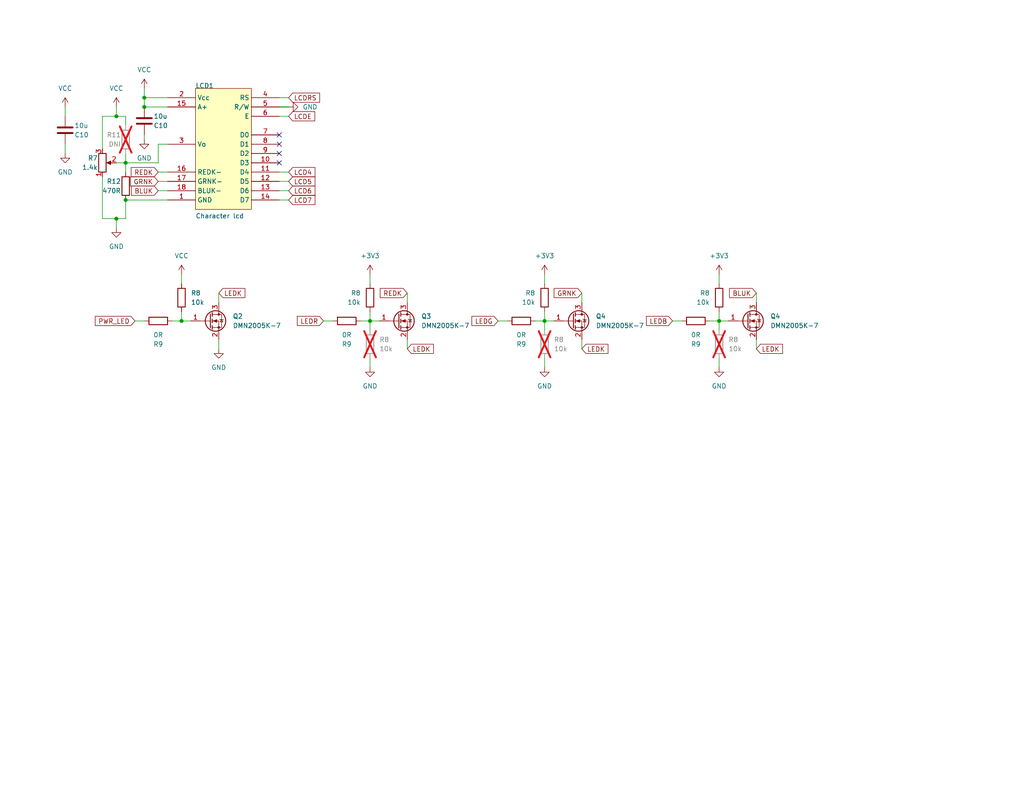
<source format=kicad_sch>
(kicad_sch (version 20230121) (generator eeschema)

  (uuid 0f0a8d35-4a2d-4e73-b100-8470bd5a05d5)

  (paper "A")

  (title_block
    (title "RepRapDiscount.com Smart Controller")
    (date "${DATE}")
    (rev "${TAG} (${HASH})")
  )

  (lib_symbols
    (symbol "Device:C" (pin_numbers hide) (pin_names (offset 0.254)) (in_bom yes) (on_board yes)
      (property "Reference" "C" (at 0.635 2.54 0)
        (effects (font (size 1.27 1.27)) (justify left))
      )
      (property "Value" "C" (at 0.635 -2.54 0)
        (effects (font (size 1.27 1.27)) (justify left))
      )
      (property "Footprint" "" (at 0.9652 -3.81 0)
        (effects (font (size 1.27 1.27)) hide)
      )
      (property "Datasheet" "~" (at 0 0 0)
        (effects (font (size 1.27 1.27)) hide)
      )
      (property "ki_keywords" "cap capacitor" (at 0 0 0)
        (effects (font (size 1.27 1.27)) hide)
      )
      (property "ki_description" "Unpolarized capacitor" (at 0 0 0)
        (effects (font (size 1.27 1.27)) hide)
      )
      (property "ki_fp_filters" "C_*" (at 0 0 0)
        (effects (font (size 1.27 1.27)) hide)
      )
      (symbol "C_0_1"
        (polyline
          (pts
            (xy -2.032 -0.762)
            (xy 2.032 -0.762)
          )
          (stroke (width 0.508) (type default))
          (fill (type none))
        )
        (polyline
          (pts
            (xy -2.032 0.762)
            (xy 2.032 0.762)
          )
          (stroke (width 0.508) (type default))
          (fill (type none))
        )
      )
      (symbol "C_1_1"
        (pin passive line (at 0 3.81 270) (length 2.794)
          (name "~" (effects (font (size 1.27 1.27))))
          (number "1" (effects (font (size 1.27 1.27))))
        )
        (pin passive line (at 0 -3.81 90) (length 2.794)
          (name "~" (effects (font (size 1.27 1.27))))
          (number "2" (effects (font (size 1.27 1.27))))
        )
      )
    )
    (symbol "Device:R" (pin_numbers hide) (pin_names (offset 0)) (in_bom yes) (on_board yes)
      (property "Reference" "R" (at 2.032 0 90)
        (effects (font (size 1.27 1.27)))
      )
      (property "Value" "R" (at 0 0 90)
        (effects (font (size 1.27 1.27)))
      )
      (property "Footprint" "" (at -1.778 0 90)
        (effects (font (size 1.27 1.27)) hide)
      )
      (property "Datasheet" "~" (at 0 0 0)
        (effects (font (size 1.27 1.27)) hide)
      )
      (property "ki_keywords" "R res resistor" (at 0 0 0)
        (effects (font (size 1.27 1.27)) hide)
      )
      (property "ki_description" "Resistor" (at 0 0 0)
        (effects (font (size 1.27 1.27)) hide)
      )
      (property "ki_fp_filters" "R_*" (at 0 0 0)
        (effects (font (size 1.27 1.27)) hide)
      )
      (symbol "R_0_1"
        (rectangle (start -1.016 -2.54) (end 1.016 2.54)
          (stroke (width 0.254) (type default))
          (fill (type none))
        )
      )
      (symbol "R_1_1"
        (pin passive line (at 0 3.81 270) (length 1.27)
          (name "~" (effects (font (size 1.27 1.27))))
          (number "1" (effects (font (size 1.27 1.27))))
        )
        (pin passive line (at 0 -3.81 90) (length 1.27)
          (name "~" (effects (font (size 1.27 1.27))))
          (number "2" (effects (font (size 1.27 1.27))))
        )
      )
    )
    (symbol "Device:R_Potentiometer" (pin_names (offset 1.016) hide) (in_bom yes) (on_board yes)
      (property "Reference" "RV" (at -4.445 0 90)
        (effects (font (size 1.27 1.27)))
      )
      (property "Value" "R_Potentiometer" (at -2.54 0 90)
        (effects (font (size 1.27 1.27)))
      )
      (property "Footprint" "" (at 0 0 0)
        (effects (font (size 1.27 1.27)) hide)
      )
      (property "Datasheet" "~" (at 0 0 0)
        (effects (font (size 1.27 1.27)) hide)
      )
      (property "ki_keywords" "resistor variable" (at 0 0 0)
        (effects (font (size 1.27 1.27)) hide)
      )
      (property "ki_description" "Potentiometer" (at 0 0 0)
        (effects (font (size 1.27 1.27)) hide)
      )
      (property "ki_fp_filters" "Potentiometer*" (at 0 0 0)
        (effects (font (size 1.27 1.27)) hide)
      )
      (symbol "R_Potentiometer_0_1"
        (polyline
          (pts
            (xy 2.54 0)
            (xy 1.524 0)
          )
          (stroke (width 0) (type default))
          (fill (type none))
        )
        (polyline
          (pts
            (xy 1.143 0)
            (xy 2.286 0.508)
            (xy 2.286 -0.508)
            (xy 1.143 0)
          )
          (stroke (width 0) (type default))
          (fill (type outline))
        )
        (rectangle (start 1.016 2.54) (end -1.016 -2.54)
          (stroke (width 0.254) (type default))
          (fill (type none))
        )
      )
      (symbol "R_Potentiometer_1_1"
        (pin passive line (at 0 3.81 270) (length 1.27)
          (name "1" (effects (font (size 1.27 1.27))))
          (number "1" (effects (font (size 1.27 1.27))))
        )
        (pin passive line (at 3.81 0 180) (length 1.27)
          (name "2" (effects (font (size 1.27 1.27))))
          (number "2" (effects (font (size 1.27 1.27))))
        )
        (pin passive line (at 0 -3.81 90) (length 1.27)
          (name "3" (effects (font (size 1.27 1.27))))
          (number "3" (effects (font (size 1.27 1.27))))
        )
      )
    )
    (symbol "Transistor_FET:DMN24H3D5L" (pin_names hide) (in_bom yes) (on_board yes)
      (property "Reference" "Q" (at 5.08 1.905 0)
        (effects (font (size 1.27 1.27)) (justify left))
      )
      (property "Value" "DMN24H3D5L" (at 5.08 0 0)
        (effects (font (size 1.27 1.27)) (justify left))
      )
      (property "Footprint" "Package_TO_SOT_SMD:SOT-23" (at 5.08 -1.905 0)
        (effects (font (size 1.27 1.27) italic) (justify left) hide)
      )
      (property "Datasheet" "http://www.diodes.com/assets/Datasheets/DMN24H3D5L.pdf" (at 0 0 0)
        (effects (font (size 1.27 1.27)) (justify left) hide)
      )
      (property "ki_keywords" "N-Channel MOSFET" (at 0 0 0)
        (effects (font (size 1.27 1.27)) hide)
      )
      (property "ki_description" "0.48A Id, 240V Vds, N-Channel MOSFET, SOT-23" (at 0 0 0)
        (effects (font (size 1.27 1.27)) hide)
      )
      (property "ki_fp_filters" "SOT?23*" (at 0 0 0)
        (effects (font (size 1.27 1.27)) hide)
      )
      (symbol "DMN24H3D5L_0_1"
        (polyline
          (pts
            (xy 0.254 0)
            (xy -2.54 0)
          )
          (stroke (width 0) (type default))
          (fill (type none))
        )
        (polyline
          (pts
            (xy 0.254 1.905)
            (xy 0.254 -1.905)
          )
          (stroke (width 0.254) (type default))
          (fill (type none))
        )
        (polyline
          (pts
            (xy 0.762 -1.27)
            (xy 0.762 -2.286)
          )
          (stroke (width 0.254) (type default))
          (fill (type none))
        )
        (polyline
          (pts
            (xy 0.762 0.508)
            (xy 0.762 -0.508)
          )
          (stroke (width 0.254) (type default))
          (fill (type none))
        )
        (polyline
          (pts
            (xy 0.762 2.286)
            (xy 0.762 1.27)
          )
          (stroke (width 0.254) (type default))
          (fill (type none))
        )
        (polyline
          (pts
            (xy 2.54 2.54)
            (xy 2.54 1.778)
          )
          (stroke (width 0) (type default))
          (fill (type none))
        )
        (polyline
          (pts
            (xy 2.54 -2.54)
            (xy 2.54 0)
            (xy 0.762 0)
          )
          (stroke (width 0) (type default))
          (fill (type none))
        )
        (polyline
          (pts
            (xy 0.762 -1.778)
            (xy 3.302 -1.778)
            (xy 3.302 1.778)
            (xy 0.762 1.778)
          )
          (stroke (width 0) (type default))
          (fill (type none))
        )
        (polyline
          (pts
            (xy 1.016 0)
            (xy 2.032 0.381)
            (xy 2.032 -0.381)
            (xy 1.016 0)
          )
          (stroke (width 0) (type default))
          (fill (type outline))
        )
        (polyline
          (pts
            (xy 2.794 0.508)
            (xy 2.921 0.381)
            (xy 3.683 0.381)
            (xy 3.81 0.254)
          )
          (stroke (width 0) (type default))
          (fill (type none))
        )
        (polyline
          (pts
            (xy 3.302 0.381)
            (xy 2.921 -0.254)
            (xy 3.683 -0.254)
            (xy 3.302 0.381)
          )
          (stroke (width 0) (type default))
          (fill (type none))
        )
        (circle (center 1.651 0) (radius 2.794)
          (stroke (width 0.254) (type default))
          (fill (type none))
        )
        (circle (center 2.54 -1.778) (radius 0.254)
          (stroke (width 0) (type default))
          (fill (type outline))
        )
        (circle (center 2.54 1.778) (radius 0.254)
          (stroke (width 0) (type default))
          (fill (type outline))
        )
      )
      (symbol "DMN24H3D5L_1_1"
        (pin input line (at -5.08 0 0) (length 2.54)
          (name "G" (effects (font (size 1.27 1.27))))
          (number "1" (effects (font (size 1.27 1.27))))
        )
        (pin passive line (at 2.54 -5.08 90) (length 2.54)
          (name "S" (effects (font (size 1.27 1.27))))
          (number "2" (effects (font (size 1.27 1.27))))
        )
        (pin passive line (at 2.54 5.08 270) (length 2.54)
          (name "D" (effects (font (size 1.27 1.27))))
          (number "3" (effects (font (size 1.27 1.27))))
        )
      )
    )
    (symbol "power:+3V3" (power) (pin_names (offset 0)) (in_bom yes) (on_board yes)
      (property "Reference" "#PWR" (at 0 -3.81 0)
        (effects (font (size 1.27 1.27)) hide)
      )
      (property "Value" "+3V3" (at 0 3.556 0)
        (effects (font (size 1.27 1.27)))
      )
      (property "Footprint" "" (at 0 0 0)
        (effects (font (size 1.27 1.27)) hide)
      )
      (property "Datasheet" "" (at 0 0 0)
        (effects (font (size 1.27 1.27)) hide)
      )
      (property "ki_keywords" "global power" (at 0 0 0)
        (effects (font (size 1.27 1.27)) hide)
      )
      (property "ki_description" "Power symbol creates a global label with name \"+3V3\"" (at 0 0 0)
        (effects (font (size 1.27 1.27)) hide)
      )
      (symbol "+3V3_0_1"
        (polyline
          (pts
            (xy -0.762 1.27)
            (xy 0 2.54)
          )
          (stroke (width 0) (type default))
          (fill (type none))
        )
        (polyline
          (pts
            (xy 0 0)
            (xy 0 2.54)
          )
          (stroke (width 0) (type default))
          (fill (type none))
        )
        (polyline
          (pts
            (xy 0 2.54)
            (xy 0.762 1.27)
          )
          (stroke (width 0) (type default))
          (fill (type none))
        )
      )
      (symbol "+3V3_1_1"
        (pin power_in line (at 0 0 90) (length 0) hide
          (name "+3V3" (effects (font (size 1.27 1.27))))
          (number "1" (effects (font (size 1.27 1.27))))
        )
      )
    )
    (symbol "power:GND" (power) (pin_names (offset 0)) (in_bom yes) (on_board yes)
      (property "Reference" "#PWR" (at 0 -6.35 0)
        (effects (font (size 1.27 1.27)) hide)
      )
      (property "Value" "GND" (at 0 -3.81 0)
        (effects (font (size 1.27 1.27)))
      )
      (property "Footprint" "" (at 0 0 0)
        (effects (font (size 1.27 1.27)) hide)
      )
      (property "Datasheet" "" (at 0 0 0)
        (effects (font (size 1.27 1.27)) hide)
      )
      (property "ki_keywords" "global power" (at 0 0 0)
        (effects (font (size 1.27 1.27)) hide)
      )
      (property "ki_description" "Power symbol creates a global label with name \"GND\" , ground" (at 0 0 0)
        (effects (font (size 1.27 1.27)) hide)
      )
      (symbol "GND_0_1"
        (polyline
          (pts
            (xy 0 0)
            (xy 0 -1.27)
            (xy 1.27 -1.27)
            (xy 0 -2.54)
            (xy -1.27 -1.27)
            (xy 0 -1.27)
          )
          (stroke (width 0) (type default))
          (fill (type none))
        )
      )
      (symbol "GND_1_1"
        (pin power_in line (at 0 0 270) (length 0) hide
          (name "GND" (effects (font (size 1.27 1.27))))
          (number "1" (effects (font (size 1.27 1.27))))
        )
      )
    )
    (symbol "power:VCC" (power) (pin_names (offset 0)) (in_bom yes) (on_board yes)
      (property "Reference" "#PWR" (at 0 -3.81 0)
        (effects (font (size 1.27 1.27)) hide)
      )
      (property "Value" "VCC" (at 0 3.81 0)
        (effects (font (size 1.27 1.27)))
      )
      (property "Footprint" "" (at 0 0 0)
        (effects (font (size 1.27 1.27)) hide)
      )
      (property "Datasheet" "" (at 0 0 0)
        (effects (font (size 1.27 1.27)) hide)
      )
      (property "ki_keywords" "global power" (at 0 0 0)
        (effects (font (size 1.27 1.27)) hide)
      )
      (property "ki_description" "Power symbol creates a global label with name \"VCC\"" (at 0 0 0)
        (effects (font (size 1.27 1.27)) hide)
      )
      (symbol "VCC_0_1"
        (polyline
          (pts
            (xy -0.762 1.27)
            (xy 0 2.54)
          )
          (stroke (width 0) (type default))
          (fill (type none))
        )
        (polyline
          (pts
            (xy 0 0)
            (xy 0 2.54)
          )
          (stroke (width 0) (type default))
          (fill (type none))
        )
        (polyline
          (pts
            (xy 0 2.54)
            (xy 0.762 1.27)
          )
          (stroke (width 0) (type default))
          (fill (type none))
        )
      )
      (symbol "VCC_1_1"
        (pin power_in line (at 0 0 90) (length 0) hide
          (name "VCC" (effects (font (size 1.27 1.27))))
          (number "1" (effects (font (size 1.27 1.27))))
        )
      )
    )
    (symbol "reprapdiscount_smart_controller-altium-import:root_0_mirrored_LCD characther_rgb" (in_bom yes) (on_board yes)
      (property "Reference" "" (at 0 0 0)
        (effects (font (size 1.27 1.27)))
      )
      (property "Value" "root_0_mirrored_LCD characther_rgb" (at 0 0 0)
        (effects (font (size 1.27 1.27)))
      )
      (property "Footprint" "" (at 0 0 0)
        (effects (font (size 1.27 1.27)) hide)
      )
      (property "Datasheet" "" (at 0 0 0)
        (effects (font (size 1.27 1.27)) hide)
      )
      (property "ki_fp_filters" "HDR1X16" (at 0 0 0)
        (effects (font (size 1.27 1.27)) hide)
      )
      (symbol "root_0_mirrored_LCD characther_rgb_1_0"
        (rectangle (start 0 0) (end -15.24 -33.02)
          (stroke (width 0) (type solid))
          (fill (type background))
        )
        (pin passive line (at -22.86 -30.48 0) (length 7.62)
          (name "GND" (effects (font (size 1.27 1.27))))
          (number "1" (effects (font (size 1.27 1.27))))
        )
        (pin passive line (at 7.62 -20.32 180) (length 7.62)
          (name "D3" (effects (font (size 1.27 1.27))))
          (number "10" (effects (font (size 1.27 1.27))))
        )
        (pin passive line (at 7.62 -22.86 180) (length 7.62)
          (name "D4" (effects (font (size 1.27 1.27))))
          (number "11" (effects (font (size 1.27 1.27))))
        )
        (pin passive line (at 7.62 -25.4 180) (length 7.62)
          (name "D5" (effects (font (size 1.27 1.27))))
          (number "12" (effects (font (size 1.27 1.27))))
        )
        (pin passive line (at 7.62 -27.94 180) (length 7.62)
          (name "D6" (effects (font (size 1.27 1.27))))
          (number "13" (effects (font (size 1.27 1.27))))
        )
        (pin passive line (at 7.62 -30.48 180) (length 7.62)
          (name "D7" (effects (font (size 1.27 1.27))))
          (number "14" (effects (font (size 1.27 1.27))))
        )
        (pin passive line (at -22.86 -5.08 0) (length 7.62)
          (name "A+" (effects (font (size 1.27 1.27))))
          (number "15" (effects (font (size 1.27 1.27))))
        )
        (pin passive line (at -22.86 -22.86 0) (length 7.62)
          (name "REDK-" (effects (font (size 1.27 1.27))))
          (number "16" (effects (font (size 1.27 1.27))))
        )
        (pin passive line (at -22.86 -25.4 0) (length 7.62)
          (name "GRNK-" (effects (font (size 1.27 1.27))))
          (number "17" (effects (font (size 1.27 1.27))))
        )
        (pin passive line (at -22.86 -27.94 0) (length 7.62)
          (name "BLUK-" (effects (font (size 1.27 1.27))))
          (number "18" (effects (font (size 1.27 1.27))))
        )
        (pin passive line (at -22.86 -2.54 0) (length 7.62)
          (name "Vcc" (effects (font (size 1.27 1.27))))
          (number "2" (effects (font (size 1.27 1.27))))
        )
        (pin passive line (at -22.86 -15.24 0) (length 7.62)
          (name "Vo" (effects (font (size 1.27 1.27))))
          (number "3" (effects (font (size 1.27 1.27))))
        )
        (pin passive line (at 7.62 -2.54 180) (length 7.62)
          (name "RS" (effects (font (size 1.27 1.27))))
          (number "4" (effects (font (size 1.27 1.27))))
        )
        (pin passive line (at 7.62 -5.08 180) (length 7.62)
          (name "R/W" (effects (font (size 1.27 1.27))))
          (number "5" (effects (font (size 1.27 1.27))))
        )
        (pin passive line (at 7.62 -7.62 180) (length 7.62)
          (name "E" (effects (font (size 1.27 1.27))))
          (number "6" (effects (font (size 1.27 1.27))))
        )
        (pin passive line (at 7.62 -12.7 180) (length 7.62)
          (name "D0" (effects (font (size 1.27 1.27))))
          (number "7" (effects (font (size 1.27 1.27))))
        )
        (pin passive line (at 7.62 -15.24 180) (length 7.62)
          (name "D1" (effects (font (size 1.27 1.27))))
          (number "8" (effects (font (size 1.27 1.27))))
        )
        (pin passive line (at 7.62 -17.78 180) (length 7.62)
          (name "D2" (effects (font (size 1.27 1.27))))
          (number "9" (effects (font (size 1.27 1.27))))
        )
      )
    )
  )

  (junction (at 34.29 44.45) (diameter 0) (color 0 0 0 0)
    (uuid 003a460b-4794-46eb-a438-b5debfab4a70)
  )
  (junction (at 196.215 87.63) (diameter 0) (color 0 0 0 0)
    (uuid 02af3f28-9e01-4ed8-afd8-20322c170e72)
  )
  (junction (at 148.59 87.63) (diameter 0) (color 0 0 0 0)
    (uuid 2d6100ba-7183-45a0-9169-8988bbb312c3)
  )
  (junction (at 49.53 87.63) (diameter 0) (color 0 0 0 0)
    (uuid 5969f356-d123-4d08-82c7-aba37c0e3640)
  )
  (junction (at 31.75 31.75) (diameter 0) (color 0 0 0 0)
    (uuid 63995878-0480-49b2-8c80-993b9bbf05f4)
  )
  (junction (at 39.37 26.67) (diameter 0) (color 0 0 0 0)
    (uuid 82225fb4-a1b1-44ea-8bfd-68b063dcac9f)
  )
  (junction (at 34.29 54.61) (diameter 0) (color 0 0 0 0)
    (uuid b4d41744-0a8f-489e-9ca7-fb62fbe5622e)
  )
  (junction (at 39.37 29.21) (diameter 0) (color 0 0 0 0)
    (uuid bbc344ab-d003-4980-9c35-f24c61f30d2d)
  )
  (junction (at 100.965 87.63) (diameter 0) (color 0 0 0 0)
    (uuid ecbef369-1372-432f-b499-2eeee860bb1e)
  )
  (junction (at 31.75 59.69) (diameter 0) (color 0 0 0 0)
    (uuid ef4d10d5-645c-404f-905a-68c13fe19283)
  )

  (no_connect (at 76.2 36.83) (uuid 2be48c08-ac71-4e71-8f57-3b5193332a19))
  (no_connect (at 76.2 44.45) (uuid 33c8290c-9ec4-49ad-b4c8-869cba56e9f4))
  (no_connect (at 76.2 41.91) (uuid c9d3f1ae-a390-4a15-b96b-ef174b6bd315))
  (no_connect (at 76.2 39.37) (uuid f4f2475c-9d7a-4342-a250-7c2e3aadfa3a))

  (wire (pts (xy 31.75 44.45) (xy 34.29 44.45))
    (stroke (width 0) (type default))
    (uuid 05a19412-cebf-4f9f-a777-d0d7bbc9d9be)
  )
  (wire (pts (xy 158.75 80.01) (xy 158.75 82.55))
    (stroke (width 0) (type default))
    (uuid 09166616-828a-4556-8e20-854e0db69d39)
  )
  (wire (pts (xy 43.18 46.99) (xy 45.72 46.99))
    (stroke (width 0) (type default))
    (uuid 0c9ae4ac-5bc5-4ffe-97ec-96230cc65e7f)
  )
  (wire (pts (xy 39.37 26.67) (xy 39.37 29.21))
    (stroke (width 0) (type default))
    (uuid 0cb0e8ca-26bd-4733-b5ca-b1de06fd7881)
  )
  (wire (pts (xy 43.18 52.07) (xy 45.72 52.07))
    (stroke (width 0) (type default))
    (uuid 142d1b73-1058-414b-8170-1960eddb57a8)
  )
  (wire (pts (xy 39.37 24.13) (xy 39.37 26.67))
    (stroke (width 0) (type default))
    (uuid 180bc562-d04b-41c1-bcbe-37b2195d692e)
  )
  (wire (pts (xy 196.215 74.93) (xy 196.215 77.47))
    (stroke (width 0) (type default))
    (uuid 19563d71-5c71-45fe-bcf5-5d39560921fe)
  )
  (wire (pts (xy 49.53 87.63) (xy 52.07 87.63))
    (stroke (width 0) (type default))
    (uuid 196cd0ee-7b10-4fcf-9717-19610350bfb8)
  )
  (wire (pts (xy 206.375 92.71) (xy 206.375 95.25))
    (stroke (width 0) (type default))
    (uuid 19fa7156-e11c-4837-a71e-d170f9d85923)
  )
  (wire (pts (xy 100.965 87.63) (xy 103.505 87.63))
    (stroke (width 0) (type default))
    (uuid 1c224cf4-7808-4a63-84fd-12210d148423)
  )
  (wire (pts (xy 34.29 54.61) (xy 34.29 59.69))
    (stroke (width 0) (type default))
    (uuid 235722e7-599f-4978-b00d-c8943649f69c)
  )
  (wire (pts (xy 148.59 85.09) (xy 148.59 87.63))
    (stroke (width 0) (type default))
    (uuid 23676d8f-7a50-4d59-8a04-b8ccc0b8becb)
  )
  (wire (pts (xy 59.69 92.71) (xy 59.69 95.25))
    (stroke (width 0) (type default))
    (uuid 352754ad-da9f-4bbd-96d7-b8796c047c8c)
  )
  (wire (pts (xy 34.29 44.45) (xy 43.18 44.45))
    (stroke (width 0) (type default))
    (uuid 362b4f49-54ee-4794-aa19-51030e9fe2fd)
  )
  (wire (pts (xy 100.965 85.09) (xy 100.965 87.63))
    (stroke (width 0) (type default))
    (uuid 36675b31-6266-429b-9b73-44b312373ea1)
  )
  (wire (pts (xy 34.29 54.61) (xy 45.72 54.61))
    (stroke (width 0) (type default))
    (uuid 37dbf8e9-dcdf-4101-a595-a62fa86b8d1f)
  )
  (wire (pts (xy 148.59 87.63) (xy 151.13 87.63))
    (stroke (width 0) (type default))
    (uuid 3f516827-a554-4b99-b7ee-6eceb92e04e0)
  )
  (wire (pts (xy 148.59 97.79) (xy 148.59 100.33))
    (stroke (width 0) (type default))
    (uuid 46778647-36b0-4cc6-886f-796d885dcbca)
  )
  (wire (pts (xy 46.99 87.63) (xy 49.53 87.63))
    (stroke (width 0) (type default))
    (uuid 46ade036-d401-4efd-a4d9-7b5fef033b43)
  )
  (wire (pts (xy 43.18 39.37) (xy 43.18 44.45))
    (stroke (width 0) (type default))
    (uuid 47f739b4-929c-48e6-903b-c59b9db1405e)
  )
  (wire (pts (xy 27.94 31.75) (xy 31.75 31.75))
    (stroke (width 0) (type default))
    (uuid 4d4d786a-d71d-4875-b76e-344fc5e4fda1)
  )
  (wire (pts (xy 76.2 31.75) (xy 78.74 31.75))
    (stroke (width 0) (type default))
    (uuid 4e88f543-ce8c-4488-b6e7-4cd5b8ef13da)
  )
  (wire (pts (xy 43.18 49.53) (xy 45.72 49.53))
    (stroke (width 0) (type default))
    (uuid 55aadf8e-e61d-4901-9bf1-3121485723b2)
  )
  (wire (pts (xy 31.75 59.69) (xy 27.94 59.69))
    (stroke (width 0) (type default))
    (uuid 633488b7-e7b2-4d2e-af4d-0d4d8382f0c1)
  )
  (wire (pts (xy 17.78 39.37) (xy 17.78 41.91))
    (stroke (width 0) (type default))
    (uuid 64fab08e-2d8b-43f8-9fd5-8b9d9b3caa0e)
  )
  (wire (pts (xy 183.515 87.63) (xy 186.055 87.63))
    (stroke (width 0) (type default))
    (uuid 657a2b60-93b0-488f-932d-422d9598ec67)
  )
  (wire (pts (xy 196.215 87.63) (xy 196.215 90.17))
    (stroke (width 0) (type default))
    (uuid 6bdd44cf-8f41-4e41-b4be-e2f036758762)
  )
  (wire (pts (xy 135.89 87.63) (xy 138.43 87.63))
    (stroke (width 0) (type default))
    (uuid 6ddea6be-fbeb-485b-bc77-0d8195568e51)
  )
  (wire (pts (xy 206.375 80.01) (xy 206.375 82.55))
    (stroke (width 0) (type default))
    (uuid 7044c3aa-459d-4355-97eb-6b360d879738)
  )
  (wire (pts (xy 196.215 87.63) (xy 198.755 87.63))
    (stroke (width 0) (type default))
    (uuid 71063cd1-3ee6-4ff4-af8a-d217d0847bfd)
  )
  (wire (pts (xy 39.37 36.83) (xy 39.37 38.1))
    (stroke (width 0) (type default))
    (uuid 72c965fa-3ad5-4470-a765-42d63e43bdec)
  )
  (wire (pts (xy 196.215 85.09) (xy 196.215 87.63))
    (stroke (width 0) (type default))
    (uuid 72ddbda0-ed31-4c38-8c99-5e1f636c5dba)
  )
  (wire (pts (xy 27.94 48.26) (xy 27.94 59.69))
    (stroke (width 0) (type default))
    (uuid 76e3033e-3dac-476c-8e5d-85bd40fd1340)
  )
  (wire (pts (xy 31.75 31.75) (xy 34.29 31.75))
    (stroke (width 0) (type default))
    (uuid 7ba468e9-05e1-4c69-9836-852a7a6b8392)
  )
  (wire (pts (xy 193.675 87.63) (xy 196.215 87.63))
    (stroke (width 0) (type default))
    (uuid 7d0f289a-e13e-47e3-ac50-0bd3562ce587)
  )
  (wire (pts (xy 49.53 74.93) (xy 49.53 77.47))
    (stroke (width 0) (type default))
    (uuid 7ef038b0-dbd9-42a8-a645-2ee7625e6d8a)
  )
  (wire (pts (xy 59.69 80.01) (xy 59.69 82.55))
    (stroke (width 0) (type default))
    (uuid 853a6714-cf0a-4f7d-8096-add3073681e8)
  )
  (wire (pts (xy 88.265 87.63) (xy 90.805 87.63))
    (stroke (width 0) (type default))
    (uuid 8c6cab58-8a88-410d-9ce5-5a5df82cc041)
  )
  (wire (pts (xy 111.125 92.71) (xy 111.125 95.25))
    (stroke (width 0) (type default))
    (uuid 92544ad4-20c2-4476-bd19-0a49cd931a26)
  )
  (wire (pts (xy 34.29 31.75) (xy 34.29 34.29))
    (stroke (width 0) (type default))
    (uuid 988c06fa-7d72-422d-a830-af9aff54d903)
  )
  (wire (pts (xy 34.29 59.69) (xy 31.75 59.69))
    (stroke (width 0) (type default))
    (uuid 9a576b74-e534-4a88-80e5-b223773e7082)
  )
  (wire (pts (xy 196.215 97.79) (xy 196.215 100.33))
    (stroke (width 0) (type default))
    (uuid 9eb00832-74bb-4ca5-9c81-cae64acb2c75)
  )
  (wire (pts (xy 98.425 87.63) (xy 100.965 87.63))
    (stroke (width 0) (type default))
    (uuid 9ffe87b7-1e15-4498-a110-2eff52b146c4)
  )
  (wire (pts (xy 100.965 97.79) (xy 100.965 100.33))
    (stroke (width 0) (type default))
    (uuid a1f891ed-4c7f-487e-ad8d-3e0daeaf0a8c)
  )
  (wire (pts (xy 45.72 39.37) (xy 43.18 39.37))
    (stroke (width 0) (type default))
    (uuid a5623ae3-fc79-46eb-a3a6-9aa9f0833bb7)
  )
  (wire (pts (xy 34.29 44.45) (xy 34.29 41.91))
    (stroke (width 0) (type default))
    (uuid a73ddbc6-9731-41e1-a9be-a3f2f47cc4d0)
  )
  (wire (pts (xy 31.75 29.21) (xy 31.75 31.75))
    (stroke (width 0) (type default))
    (uuid a9f5a8a7-f907-4f11-896c-0207108c3555)
  )
  (wire (pts (xy 39.37 26.67) (xy 45.72 26.67))
    (stroke (width 0) (type default))
    (uuid af29de85-f309-4f15-b04f-fb8198610e67)
  )
  (wire (pts (xy 76.2 29.21) (xy 78.74 29.21))
    (stroke (width 0.254) (type default))
    (uuid b959d9eb-ff8a-4ce9-922f-2ee37e301fc7)
  )
  (wire (pts (xy 158.75 92.71) (xy 158.75 95.25))
    (stroke (width 0) (type default))
    (uuid be7a706a-5502-4c16-848f-04bc6563503b)
  )
  (wire (pts (xy 76.2 46.99) (xy 78.74 46.99))
    (stroke (width 0) (type default))
    (uuid c6e35b77-d6b8-4ca6-a129-e466ca738fed)
  )
  (wire (pts (xy 76.2 52.07) (xy 78.74 52.07))
    (stroke (width 0) (type default))
    (uuid c9e95753-3b1a-4482-85d4-6cb25125fcff)
  )
  (wire (pts (xy 111.125 80.01) (xy 111.125 82.55))
    (stroke (width 0) (type default))
    (uuid cfc236f0-28d8-4b34-b88e-4c4063d58906)
  )
  (wire (pts (xy 76.2 49.53) (xy 78.74 49.53))
    (stroke (width 0) (type default))
    (uuid d901f7c3-bfbe-4136-890a-7fe2421e09dc)
  )
  (wire (pts (xy 76.2 26.67) (xy 78.74 26.67))
    (stroke (width 0) (type default))
    (uuid df82999b-7b97-4124-8380-4fe6c066cc56)
  )
  (wire (pts (xy 148.59 87.63) (xy 148.59 90.17))
    (stroke (width 0) (type default))
    (uuid dfdac80b-a0c4-4c2a-8387-b8d587353590)
  )
  (wire (pts (xy 49.53 85.09) (xy 49.53 87.63))
    (stroke (width 0) (type default))
    (uuid e2f1f1fd-8a77-424c-850a-49bd6e65d1aa)
  )
  (wire (pts (xy 31.75 59.69) (xy 31.75 62.23))
    (stroke (width 0) (type default))
    (uuid e3d85a91-8558-4b32-9c48-4c47c9e38a62)
  )
  (wire (pts (xy 148.59 74.93) (xy 148.59 77.47))
    (stroke (width 0) (type default))
    (uuid e44c0672-d017-4ee4-b744-12cba52b7332)
  )
  (wire (pts (xy 39.37 29.21) (xy 45.72 29.21))
    (stroke (width 0) (type default))
    (uuid e629ab90-4e03-4014-b328-68084a75c773)
  )
  (wire (pts (xy 100.965 87.63) (xy 100.965 90.17))
    (stroke (width 0) (type default))
    (uuid e832dd49-046e-4817-b169-86f17f3ed550)
  )
  (wire (pts (xy 146.05 87.63) (xy 148.59 87.63))
    (stroke (width 0) (type default))
    (uuid ea14b553-bd50-425d-b47b-058649ac8744)
  )
  (wire (pts (xy 34.29 44.45) (xy 34.29 46.99))
    (stroke (width 0) (type default))
    (uuid eb68e557-dc36-49a7-a7b3-b224d27af001)
  )
  (wire (pts (xy 100.965 74.93) (xy 100.965 77.47))
    (stroke (width 0) (type default))
    (uuid efeac21d-1d66-4541-88e4-2d3a0efbfcb6)
  )
  (wire (pts (xy 76.2 54.61) (xy 78.74 54.61))
    (stroke (width 0) (type default))
    (uuid fb91a800-7e33-497c-9f3e-2358ca856778)
  )
  (wire (pts (xy 36.83 87.63) (xy 39.37 87.63))
    (stroke (width 0) (type default))
    (uuid fcb266a6-d1a7-4f91-80f9-9366806e5feb)
  )
  (wire (pts (xy 27.94 31.75) (xy 27.94 40.64))
    (stroke (width 0) (type default))
    (uuid fe0c6901-c383-4e55-9934-2ad4bf123610)
  )
  (wire (pts (xy 17.78 29.21) (xy 17.78 31.75))
    (stroke (width 0) (type default))
    (uuid fee392de-dcf6-403f-b855-03990f8b79ea)
  )

  (global_label "LCDE" (shape input) (at 78.74 31.75 0) (fields_autoplaced)
    (effects (font (size 1.27 1.27)) (justify left))
    (uuid 186d05a7-d705-4d12-a90a-480ec0602c4f)
    (property "Intersheetrefs" "${INTERSHEET_REFS}" (at 86.3629 31.75 0)
      (effects (font (size 1.27 1.27)) (justify left) hide)
    )
  )
  (global_label "GRNK" (shape input) (at 43.18 49.53 180) (fields_autoplaced)
    (effects (font (size 1.27 1.27)) (justify right))
    (uuid 1a8ac36c-b73e-4f57-9c2a-4050855d41d3)
    (property "Intersheetrefs" "${INTERSHEET_REFS}" (at 35.1337 49.53 0)
      (effects (font (size 1.27 1.27)) (justify right) hide)
    )
  )
  (global_label "LEDK" (shape input) (at 158.75 95.25 0) (fields_autoplaced)
    (effects (font (size 1.27 1.27)) (justify left))
    (uuid 2ba305e4-6da9-4590-940d-751bc65bff25)
    (property "Intersheetrefs" "${INTERSHEET_REFS}" (at 166.3729 95.25 0)
      (effects (font (size 1.27 1.27)) (justify left) hide)
    )
  )
  (global_label "REDK" (shape input) (at 43.18 46.99 180) (fields_autoplaced)
    (effects (font (size 1.27 1.27)) (justify right))
    (uuid 65fb22b4-9566-41bf-bf24-d9c06d33c715)
    (property "Intersheetrefs" "${INTERSHEET_REFS}" (at 35.3152 46.99 0)
      (effects (font (size 1.27 1.27)) (justify right) hide)
    )
  )
  (global_label "LCDRS" (shape input) (at 78.74 26.67 0) (fields_autoplaced)
    (effects (font (size 1.27 1.27)) (justify left))
    (uuid 75c89382-5f4a-4b0a-9cd5-34f9e169a00e)
    (property "Intersheetrefs" "${INTERSHEET_REFS}" (at 87.6934 26.67 0)
      (effects (font (size 1.27 1.27)) (justify left) hide)
    )
  )
  (global_label "LCD7" (shape input) (at 78.74 54.61 0) (fields_autoplaced)
    (effects (font (size 1.27 1.27)) (justify left))
    (uuid 81f4bd26-f8ff-494b-822d-02024e747366)
    (property "Intersheetrefs" "${INTERSHEET_REFS}" (at 86.4234 54.61 0)
      (effects (font (size 1.27 1.27)) (justify left) hide)
    )
  )
  (global_label "LEDK" (shape input) (at 59.69 80.01 0) (fields_autoplaced)
    (effects (font (size 1.27 1.27)) (justify left))
    (uuid 8c79a50e-7036-46a8-8969-0c9e37ed5175)
    (property "Intersheetrefs" "${INTERSHEET_REFS}" (at 67.3129 80.01 0)
      (effects (font (size 1.27 1.27)) (justify left) hide)
    )
  )
  (global_label "LCD6" (shape input) (at 78.74 52.07 0) (fields_autoplaced)
    (effects (font (size 1.27 1.27)) (justify left))
    (uuid 997eada9-0cf1-443f-9037-b18ca767e9a4)
    (property "Intersheetrefs" "${INTERSHEET_REFS}" (at 86.4234 52.07 0)
      (effects (font (size 1.27 1.27)) (justify left) hide)
    )
  )
  (global_label "LCD5" (shape input) (at 78.74 49.53 0) (fields_autoplaced)
    (effects (font (size 1.27 1.27)) (justify left))
    (uuid 9c23e6b7-f347-4d81-b947-14d374918335)
    (property "Intersheetrefs" "${INTERSHEET_REFS}" (at 86.4234 49.53 0)
      (effects (font (size 1.27 1.27)) (justify left) hide)
    )
  )
  (global_label "BLUK" (shape input) (at 206.375 80.01 180) (fields_autoplaced)
    (effects (font (size 1.27 1.27)) (justify right))
    (uuid a2ffe48a-e279-4b1b-9652-85c002fef79a)
    (property "Intersheetrefs" "${INTERSHEET_REFS}" (at 198.5706 80.01 0)
      (effects (font (size 1.27 1.27)) (justify right) hide)
    )
  )
  (global_label "LEDK" (shape input) (at 206.375 95.25 0) (fields_autoplaced)
    (effects (font (size 1.27 1.27)) (justify left))
    (uuid a77284d7-0256-4a0a-99ff-81d0807116f5)
    (property "Intersheetrefs" "${INTERSHEET_REFS}" (at 213.9979 95.25 0)
      (effects (font (size 1.27 1.27)) (justify left) hide)
    )
  )
  (global_label "LEDK" (shape input) (at 111.125 95.25 0) (fields_autoplaced)
    (effects (font (size 1.27 1.27)) (justify left))
    (uuid acf1cde9-8302-4e4b-a557-1bebf67c641f)
    (property "Intersheetrefs" "${INTERSHEET_REFS}" (at 118.7479 95.25 0)
      (effects (font (size 1.27 1.27)) (justify left) hide)
    )
  )
  (global_label "BLUK" (shape input) (at 43.18 52.07 180) (fields_autoplaced)
    (effects (font (size 1.27 1.27)) (justify right))
    (uuid b50e5a72-a627-489e-b179-f59da437b336)
    (property "Intersheetrefs" "${INTERSHEET_REFS}" (at 35.3756 52.07 0)
      (effects (font (size 1.27 1.27)) (justify right) hide)
    )
  )
  (global_label "LEDR" (shape input) (at 88.265 87.63 180) (fields_autoplaced)
    (effects (font (size 1.27 1.27)) (justify right))
    (uuid b9d19038-57d1-43e9-9b74-753d29647343)
    (property "Intersheetrefs" "${INTERSHEET_REFS}" (at 80.6421 87.63 0)
      (effects (font (size 1.27 1.27)) (justify right) hide)
    )
  )
  (global_label "LCD4" (shape input) (at 78.74 46.99 0) (fields_autoplaced)
    (effects (font (size 1.27 1.27)) (justify left))
    (uuid beed9923-b2b6-425d-9d38-7b1ce9b09582)
    (property "Intersheetrefs" "${INTERSHEET_REFS}" (at 86.4234 46.99 0)
      (effects (font (size 1.27 1.27)) (justify left) hide)
    )
  )
  (global_label "REDK" (shape input) (at 111.125 80.01 180) (fields_autoplaced)
    (effects (font (size 1.27 1.27)) (justify right))
    (uuid cec436ca-1bf9-4bff-9cc9-44d4ec2ab945)
    (property "Intersheetrefs" "${INTERSHEET_REFS}" (at 103.2602 80.01 0)
      (effects (font (size 1.27 1.27)) (justify right) hide)
    )
  )
  (global_label "LEDG" (shape input) (at 135.89 87.63 180) (fields_autoplaced)
    (effects (font (size 1.27 1.27)) (justify right))
    (uuid d4c78807-e04e-478b-8804-07863c7e282c)
    (property "Intersheetrefs" "${INTERSHEET_REFS}" (at 128.2671 87.63 0)
      (effects (font (size 1.27 1.27)) (justify right) hide)
    )
  )
  (global_label "GRNK" (shape input) (at 158.75 80.01 180) (fields_autoplaced)
    (effects (font (size 1.27 1.27)) (justify right))
    (uuid e9d090d8-12c0-4725-a84a-7f1324e9b558)
    (property "Intersheetrefs" "${INTERSHEET_REFS}" (at 150.7037 80.01 0)
      (effects (font (size 1.27 1.27)) (justify right) hide)
    )
  )
  (global_label "LEDB" (shape input) (at 183.515 87.63 180) (fields_autoplaced)
    (effects (font (size 1.27 1.27)) (justify right))
    (uuid f4056f0a-eaaf-4670-980a-1f93b30c7ba2)
    (property "Intersheetrefs" "${INTERSHEET_REFS}" (at 175.8921 87.63 0)
      (effects (font (size 1.27 1.27)) (justify right) hide)
    )
  )
  (global_label "PWR_LED" (shape input) (at 36.83 87.63 180) (fields_autoplaced)
    (effects (font (size 1.27 1.27)) (justify right))
    (uuid fafd473f-7663-4d88-9933-2794a58ea918)
    (property "Intersheetrefs" "${INTERSHEET_REFS}" (at 25.5181 87.63 0)
      (effects (font (size 1.27 1.27)) (justify right) hide)
    )
  )

  (symbol (lib_id "power:GND") (at 17.78 41.91 0) (unit 1)
    (in_bom yes) (on_board yes) (dnp no) (fields_autoplaced)
    (uuid 05623fe6-7aaf-4be0-b2da-4f4381b0972c)
    (property "Reference" "#PWR03" (at 17.78 48.26 0)
      (effects (font (size 1.27 1.27)) hide)
    )
    (property "Value" "GND" (at 17.78 46.99 0)
      (effects (font (size 1.27 1.27)))
    )
    (property "Footprint" "" (at 17.78 41.91 0)
      (effects (font (size 1.27 1.27)) hide)
    )
    (property "Datasheet" "" (at 17.78 41.91 0)
      (effects (font (size 1.27 1.27)) hide)
    )
    (pin "1" (uuid f0ec3d51-af4d-4f22-b3c0-0f2fb5a11a88))
    (instances
      (project "reprapdiscount_smart_controller"
        (path "/c20eb3f6-d157-43e2-84ab-82664a430dd1"
          (reference "#PWR03") (unit 1)
        )
        (path "/c20eb3f6-d157-43e2-84ab-82664a430dd1/c0e64e47-be18-49c9-a388-94608f73e1ef"
          (reference "#PWR056") (unit 1)
        )
      )
    )
  )

  (symbol (lib_id "power:GND") (at 78.74 29.21 90) (unit 1)
    (in_bom yes) (on_board yes) (dnp no) (fields_autoplaced)
    (uuid 088da51f-f123-43c1-a2e2-939954e83c8a)
    (property "Reference" "#PWR023" (at 85.09 29.21 0)
      (effects (font (size 1.27 1.27)) hide)
    )
    (property "Value" "GND" (at 82.55 29.21 90)
      (effects (font (size 1.27 1.27)) (justify right))
    )
    (property "Footprint" "" (at 78.74 29.21 0)
      (effects (font (size 1.27 1.27)) hide)
    )
    (property "Datasheet" "" (at 78.74 29.21 0)
      (effects (font (size 1.27 1.27)) hide)
    )
    (pin "1" (uuid 71dde5dc-b8aa-4a22-a132-fdd8ef87d47f))
    (instances
      (project "reprapdiscount_smart_controller"
        (path "/c20eb3f6-d157-43e2-84ab-82664a430dd1"
          (reference "#PWR023") (unit 1)
        )
        (path "/c20eb3f6-d157-43e2-84ab-82664a430dd1/c0e64e47-be18-49c9-a388-94608f73e1ef"
          (reference "#PWR035") (unit 1)
        )
      )
    )
  )

  (symbol (lib_id "power:GND") (at 31.75 62.23 0) (unit 1)
    (in_bom yes) (on_board yes) (dnp no) (fields_autoplaced)
    (uuid 11235bc9-9879-47e9-9688-4a4a57259c58)
    (property "Reference" "#PWR03" (at 31.75 68.58 0)
      (effects (font (size 1.27 1.27)) hide)
    )
    (property "Value" "GND" (at 31.75 67.31 0)
      (effects (font (size 1.27 1.27)))
    )
    (property "Footprint" "" (at 31.75 62.23 0)
      (effects (font (size 1.27 1.27)) hide)
    )
    (property "Datasheet" "" (at 31.75 62.23 0)
      (effects (font (size 1.27 1.27)) hide)
    )
    (pin "1" (uuid 8ad4f85f-4376-459b-afec-d68cadd909aa))
    (instances
      (project "reprapdiscount_smart_controller"
        (path "/c20eb3f6-d157-43e2-84ab-82664a430dd1"
          (reference "#PWR03") (unit 1)
        )
        (path "/c20eb3f6-d157-43e2-84ab-82664a430dd1/c0e64e47-be18-49c9-a388-94608f73e1ef"
          (reference "#PWR03") (unit 1)
        )
      )
    )
  )

  (symbol (lib_id "Device:R_Potentiometer") (at 27.94 44.45 0) (mirror x) (unit 1)
    (in_bom yes) (on_board yes) (dnp no)
    (uuid 27f0b660-cf47-4868-8d01-ad3be26263da)
    (property "Reference" "R7" (at 26.67 43.18 0)
      (effects (font (size 1.27 1.27)) (justify right))
    )
    (property "Value" "1.4k" (at 26.67 45.72 0)
      (effects (font (size 1.27 1.27)) (justify right))
    )
    (property "Footprint" "reprapdiscount_smart_controller:RES TRIMPOT" (at 27.94 44.45 0)
      (effects (font (size 1.27 1.27)) hide)
    )
    (property "Datasheet" "~" (at 27.94 44.45 0)
      (effects (font (size 1.27 1.27)) hide)
    )
    (property "Digikey" "118-TC33X-1-222ECT-ND" (at 27.94 44.45 0)
      (effects (font (size 1.27 1.27)) hide)
    )
    (pin "1" (uuid aff43df0-a273-439c-801c-3b56cd028235))
    (pin "2" (uuid 89c6f35f-bbf1-4454-bb3e-00ebc505ff79))
    (pin "3" (uuid 898533f0-9cb1-43bc-ac04-0b8cffccf847))
    (instances
      (project "reprapdiscount_smart_controller"
        (path "/c20eb3f6-d157-43e2-84ab-82664a430dd1"
          (reference "R7") (unit 1)
        )
        (path "/c20eb3f6-d157-43e2-84ab-82664a430dd1/c0e64e47-be18-49c9-a388-94608f73e1ef"
          (reference "R7") (unit 1)
        )
      )
    )
  )

  (symbol (lib_id "Device:R") (at 189.865 87.63 270) (unit 1)
    (in_bom yes) (on_board yes) (dnp no)
    (uuid 29c01436-edae-4e05-ac39-d8fcad3cc79e)
    (property "Reference" "R9" (at 189.865 93.98 90)
      (effects (font (size 1.27 1.27)))
    )
    (property "Value" "0R" (at 189.865 91.44 90)
      (effects (font (size 1.27 1.27)))
    )
    (property "Footprint" "Resistor_SMD:R_0805_2012Metric_Pad1.20x1.40mm_HandSolder" (at 189.865 85.852 90)
      (effects (font (size 1.27 1.27)) hide)
    )
    (property "Datasheet" "~" (at 189.865 87.63 0)
      (effects (font (size 1.27 1.27)) hide)
    )
    (property "Digikey" "RMCF0805ZT0R00CT-ND" (at 189.865 87.63 0)
      (effects (font (size 1.27 1.27)) hide)
    )
    (pin "1" (uuid f14fead0-6a27-4d67-a54d-7cb7a54c487f))
    (pin "2" (uuid 4c218505-4d61-4326-afe3-79ee36a15249))
    (instances
      (project "reprapdiscount_smart_controller"
        (path "/c20eb3f6-d157-43e2-84ab-82664a430dd1"
          (reference "R9") (unit 1)
        )
        (path "/c20eb3f6-d157-43e2-84ab-82664a430dd1/c0e64e47-be18-49c9-a388-94608f73e1ef"
          (reference "R26") (unit 1)
        )
      )
    )
  )

  (symbol (lib_id "power:+3V3") (at 100.965 74.93 0) (unit 1)
    (in_bom yes) (on_board yes) (dnp no) (fields_autoplaced)
    (uuid 2ad4b73e-1e4d-4909-b782-b2e4582ce9c9)
    (property "Reference" "#PWR038" (at 100.965 78.74 0)
      (effects (font (size 1.27 1.27)) hide)
    )
    (property "Value" "+3V3" (at 100.965 69.85 0)
      (effects (font (size 1.27 1.27)))
    )
    (property "Footprint" "" (at 100.965 74.93 0)
      (effects (font (size 1.27 1.27)) hide)
    )
    (property "Datasheet" "" (at 100.965 74.93 0)
      (effects (font (size 1.27 1.27)) hide)
    )
    (pin "1" (uuid e2ad3067-5adf-48c7-8496-4e9c70025616))
    (instances
      (project "reprapdiscount_smart_controller"
        (path "/c20eb3f6-d157-43e2-84ab-82664a430dd1"
          (reference "#PWR038") (unit 1)
        )
        (path "/c20eb3f6-d157-43e2-84ab-82664a430dd1/11d33426-074a-4faa-9f63-eb95bcc3fbc7"
          (reference "#PWR043") (unit 1)
        )
        (path "/c20eb3f6-d157-43e2-84ab-82664a430dd1/8f3e5f37-636a-4eca-a54a-31b4d9e7f6fa"
          (reference "#PWR044") (unit 1)
        )
        (path "/c20eb3f6-d157-43e2-84ab-82664a430dd1/c0e64e47-be18-49c9-a388-94608f73e1ef"
          (reference "#PWR050") (unit 1)
        )
      )
    )
  )

  (symbol (lib_id "power:VCC") (at 49.53 74.93 0) (unit 1)
    (in_bom yes) (on_board yes) (dnp no) (fields_autoplaced)
    (uuid 2f6c2503-6bba-4ab3-bb07-a298d8d7dc4d)
    (property "Reference" "#PWR035" (at 49.53 78.74 0)
      (effects (font (size 1.27 1.27)) hide)
    )
    (property "Value" "VCC" (at 49.53 69.85 0)
      (effects (font (size 1.27 1.27)))
    )
    (property "Footprint" "" (at 49.53 74.93 0)
      (effects (font (size 1.27 1.27)) hide)
    )
    (property "Datasheet" "" (at 49.53 74.93 0)
      (effects (font (size 1.27 1.27)) hide)
    )
    (pin "1" (uuid 6e0c86de-184f-43c9-8fa0-b48163239ff6))
    (instances
      (project "reprapdiscount_smart_controller"
        (path "/c20eb3f6-d157-43e2-84ab-82664a430dd1"
          (reference "#PWR035") (unit 1)
        )
        (path "/c20eb3f6-d157-43e2-84ab-82664a430dd1/c0e64e47-be18-49c9-a388-94608f73e1ef"
          (reference "#PWR033") (unit 1)
        )
      )
    )
  )

  (symbol (lib_id "Device:R") (at 43.18 87.63 270) (unit 1)
    (in_bom yes) (on_board yes) (dnp no)
    (uuid 355c5c5a-2b16-465d-9bb1-b750eba3cc4d)
    (property "Reference" "R9" (at 43.18 93.98 90)
      (effects (font (size 1.27 1.27)))
    )
    (property "Value" "0R" (at 43.18 91.44 90)
      (effects (font (size 1.27 1.27)))
    )
    (property "Footprint" "Resistor_SMD:R_0805_2012Metric_Pad1.20x1.40mm_HandSolder" (at 43.18 85.852 90)
      (effects (font (size 1.27 1.27)) hide)
    )
    (property "Datasheet" "~" (at 43.18 87.63 0)
      (effects (font (size 1.27 1.27)) hide)
    )
    (property "Digikey" "RMCF0805ZT0R00CT-ND" (at 43.18 87.63 0)
      (effects (font (size 1.27 1.27)) hide)
    )
    (pin "1" (uuid 0aad7f5c-34ed-4f02-a9a4-2f63c48f0312))
    (pin "2" (uuid 1b42f191-fdf2-4f1d-b7be-8e7f60249ef3))
    (instances
      (project "reprapdiscount_smart_controller"
        (path "/c20eb3f6-d157-43e2-84ab-82664a430dd1"
          (reference "R9") (unit 1)
        )
        (path "/c20eb3f6-d157-43e2-84ab-82664a430dd1/c0e64e47-be18-49c9-a388-94608f73e1ef"
          (reference "R9") (unit 1)
        )
      )
    )
  )

  (symbol (lib_id "Device:R") (at 196.215 81.28 0) (mirror x) (unit 1)
    (in_bom yes) (on_board yes) (dnp no)
    (uuid 3f3e881d-4a98-43d5-b5bb-cf7d78614939)
    (property "Reference" "R8" (at 193.675 80.01 0)
      (effects (font (size 1.27 1.27)) (justify right))
    )
    (property "Value" "10k" (at 193.675 82.55 0)
      (effects (font (size 1.27 1.27)) (justify right))
    )
    (property "Footprint" "Resistor_SMD:R_0805_2012Metric_Pad1.20x1.40mm_HandSolder" (at 194.437 81.28 90)
      (effects (font (size 1.27 1.27)) hide)
    )
    (property "Datasheet" "~" (at 196.215 81.28 0)
      (effects (font (size 1.27 1.27)) hide)
    )
    (property "Digikey" "311-10KARCT-ND" (at 196.215 81.28 0)
      (effects (font (size 1.27 1.27)) hide)
    )
    (pin "1" (uuid 1d17d43d-8edf-4aa1-b1d0-06fae685c152))
    (pin "2" (uuid 74815b7d-cb87-4957-b7dc-ac9a57e1c278))
    (instances
      (project "reprapdiscount_smart_controller"
        (path "/c20eb3f6-d157-43e2-84ab-82664a430dd1"
          (reference "R8") (unit 1)
        )
        (path "/c20eb3f6-d157-43e2-84ab-82664a430dd1/c0e64e47-be18-49c9-a388-94608f73e1ef"
          (reference "R27") (unit 1)
        )
      )
    )
  )

  (symbol (lib_id "Device:R") (at 34.29 50.8 0) (mirror y) (unit 1)
    (in_bom yes) (on_board yes) (dnp no)
    (uuid 4d49f56d-3e33-44f4-8596-377deeb0638d)
    (property "Reference" "R12" (at 33.02 49.53 0)
      (effects (font (size 1.27 1.27)) (justify left))
    )
    (property "Value" "470R" (at 33.02 52.07 0)
      (effects (font (size 1.27 1.27)) (justify left))
    )
    (property "Footprint" "Resistor_SMD:R_0805_2012Metric_Pad1.20x1.40mm_HandSolder" (at 36.068 50.8 90)
      (effects (font (size 1.27 1.27)) hide)
    )
    (property "Datasheet" "~" (at 34.29 50.8 0)
      (effects (font (size 1.27 1.27)) hide)
    )
    (property "Digikey" "A130132CT-ND" (at 34.29 50.8 0)
      (effects (font (size 1.27 1.27)) hide)
    )
    (pin "1" (uuid 2d4070ec-e301-4e2f-bcd1-3b4d99fbe4a8))
    (pin "2" (uuid 79460e2a-de51-4730-8c59-451e2d6b5949))
    (instances
      (project "reprapdiscount_smart_controller"
        (path "/c20eb3f6-d157-43e2-84ab-82664a430dd1"
          (reference "R12") (unit 1)
        )
        (path "/c20eb3f6-d157-43e2-84ab-82664a430dd1/c0e64e47-be18-49c9-a388-94608f73e1ef"
          (reference "R12") (unit 1)
        )
      )
    )
  )

  (symbol (lib_id "Device:C") (at 39.37 33.02 0) (mirror x) (unit 1)
    (in_bom yes) (on_board yes) (dnp no)
    (uuid 535c3aea-85fa-41c0-988f-9571d8c8e2ec)
    (property "Reference" "C10" (at 41.91 34.29 0)
      (effects (font (size 1.27 1.27)) (justify left))
    )
    (property "Value" "10u" (at 41.91 31.75 0)
      (effects (font (size 1.27 1.27)) (justify left))
    )
    (property "Footprint" "Capacitor_SMD:C_0805_2012Metric_Pad1.18x1.45mm_HandSolder" (at 40.3352 29.21 0)
      (effects (font (size 1.27 1.27)) hide)
    )
    (property "Datasheet" "~" (at 39.37 33.02 0)
      (effects (font (size 1.27 1.27)) hide)
    )
    (property "Digikey" "1276-2399-1-ND" (at 39.37 33.02 0)
      (effects (font (size 1.27 1.27)) hide)
    )
    (pin "1" (uuid e37a27a6-eaaf-43df-a93a-8a5ecd1e70ee))
    (pin "2" (uuid b25249cc-7d87-4188-a836-e3e4209c23b4))
    (instances
      (project "reprapdiscount_smart_controller"
        (path "/c20eb3f6-d157-43e2-84ab-82664a430dd1"
          (reference "C10") (unit 1)
        )
        (path "/c20eb3f6-d157-43e2-84ab-82664a430dd1/c0e64e47-be18-49c9-a388-94608f73e1ef"
          (reference "C10") (unit 1)
        )
      )
    )
  )

  (symbol (lib_id "Device:R") (at 148.59 81.28 0) (mirror x) (unit 1)
    (in_bom yes) (on_board yes) (dnp no)
    (uuid 73e158ec-b7b9-4529-9bbb-c58ea7729a2b)
    (property "Reference" "R8" (at 146.05 80.01 0)
      (effects (font (size 1.27 1.27)) (justify right))
    )
    (property "Value" "10k" (at 146.05 82.55 0)
      (effects (font (size 1.27 1.27)) (justify right))
    )
    (property "Footprint" "Resistor_SMD:R_0805_2012Metric_Pad1.20x1.40mm_HandSolder" (at 146.812 81.28 90)
      (effects (font (size 1.27 1.27)) hide)
    )
    (property "Datasheet" "~" (at 148.59 81.28 0)
      (effects (font (size 1.27 1.27)) hide)
    )
    (property "Digikey" "311-10KARCT-ND" (at 148.59 81.28 0)
      (effects (font (size 1.27 1.27)) hide)
    )
    (pin "1" (uuid 9a30608f-ee0b-415e-b37e-fdd92f3002cc))
    (pin "2" (uuid 1e8e3dba-e69f-4626-8c19-a8fd109da45f))
    (instances
      (project "reprapdiscount_smart_controller"
        (path "/c20eb3f6-d157-43e2-84ab-82664a430dd1"
          (reference "R8") (unit 1)
        )
        (path "/c20eb3f6-d157-43e2-84ab-82664a430dd1/c0e64e47-be18-49c9-a388-94608f73e1ef"
          (reference "R24") (unit 1)
        )
      )
    )
  )

  (symbol (lib_id "Transistor_FET:DMN24H3D5L") (at 108.585 87.63 0) (unit 1)
    (in_bom yes) (on_board yes) (dnp no)
    (uuid 7c1134d8-a207-4ab1-b6a2-79dc17642e2f)
    (property "Reference" "Q3" (at 114.935 86.36 0)
      (effects (font (size 1.27 1.27)) (justify left))
    )
    (property "Value" "DMN2005K-7" (at 114.935 88.9 0)
      (effects (font (size 1.27 1.27)) (justify left))
    )
    (property "Footprint" "Package_TO_SOT_SMD:SOT-23" (at 113.665 89.535 0)
      (effects (font (size 1.27 1.27) italic) (justify left) hide)
    )
    (property "Datasheet" "http://www.diodes.com/assets/Datasheets/DMN24H3D5L.pdf" (at 108.585 87.63 0)
      (effects (font (size 1.27 1.27)) (justify left) hide)
    )
    (property "Digikey" "DMN2005K-7DICT-ND" (at 108.585 87.63 0)
      (effects (font (size 1.27 1.27)) hide)
    )
    (pin "1" (uuid 205f0ebb-eb6c-47fe-80fb-9ad1df4a91fe))
    (pin "2" (uuid cc620f75-50da-45ec-a10c-b6b2b7276440))
    (pin "3" (uuid 9d00ad37-bb2d-4e63-8881-117342e90c23))
    (instances
      (project "reprapdiscount_smart_controller"
        (path "/c20eb3f6-d157-43e2-84ab-82664a430dd1"
          (reference "Q3") (unit 1)
        )
        (path "/c20eb3f6-d157-43e2-84ab-82664a430dd1/c0e64e47-be18-49c9-a388-94608f73e1ef"
          (reference "Q3") (unit 1)
        )
      )
    )
  )

  (symbol (lib_id "power:GND") (at 196.215 100.33 0) (unit 1)
    (in_bom yes) (on_board yes) (dnp no) (fields_autoplaced)
    (uuid 83631f3b-4f81-478b-aa98-eb6ea90ac95d)
    (property "Reference" "#PWR033" (at 196.215 106.68 0)
      (effects (font (size 1.27 1.27)) hide)
    )
    (property "Value" "GND" (at 196.215 105.41 0)
      (effects (font (size 1.27 1.27)))
    )
    (property "Footprint" "" (at 196.215 100.33 0)
      (effects (font (size 1.27 1.27)) hide)
    )
    (property "Datasheet" "" (at 196.215 100.33 0)
      (effects (font (size 1.27 1.27)) hide)
    )
    (pin "1" (uuid 2aecf586-5c75-4069-ae89-57caca9db4c3))
    (instances
      (project "reprapdiscount_smart_controller"
        (path "/c20eb3f6-d157-43e2-84ab-82664a430dd1"
          (reference "#PWR033") (unit 1)
        )
        (path "/c20eb3f6-d157-43e2-84ab-82664a430dd1/c0e64e47-be18-49c9-a388-94608f73e1ef"
          (reference "#PWR055") (unit 1)
        )
      )
    )
  )

  (symbol (lib_id "Device:R") (at 100.965 93.98 180) (unit 1)
    (in_bom yes) (on_board yes) (dnp yes)
    (uuid 878b9bf8-1a2a-4deb-b3c1-330b7ee52297)
    (property "Reference" "R8" (at 103.505 92.71 0)
      (effects (font (size 1.27 1.27)) (justify right))
    )
    (property "Value" "10k" (at 103.505 95.25 0)
      (effects (font (size 1.27 1.27)) (justify right))
    )
    (property "Footprint" "Resistor_SMD:R_0805_2012Metric_Pad1.20x1.40mm_HandSolder" (at 102.743 93.98 90)
      (effects (font (size 1.27 1.27)) hide)
    )
    (property "Datasheet" "~" (at 100.965 93.98 0)
      (effects (font (size 1.27 1.27)) hide)
    )
    (property "Digikey" "311-10KARCT-ND" (at 100.965 93.98 0)
      (effects (font (size 1.27 1.27)) hide)
    )
    (pin "1" (uuid 0940e5fb-f1a5-4ce4-8dec-b6a5298f6c16))
    (pin "2" (uuid 4393f36c-6ad1-4e33-9ec0-07cad72360fb))
    (instances
      (project "reprapdiscount_smart_controller"
        (path "/c20eb3f6-d157-43e2-84ab-82664a430dd1"
          (reference "R8") (unit 1)
        )
        (path "/c20eb3f6-d157-43e2-84ab-82664a430dd1/c0e64e47-be18-49c9-a388-94608f73e1ef"
          (reference "R22") (unit 1)
        )
      )
    )
  )

  (symbol (lib_id "power:GND") (at 100.965 100.33 0) (unit 1)
    (in_bom yes) (on_board yes) (dnp no) (fields_autoplaced)
    (uuid 8e841d38-8345-4bc7-bbbf-d7190aa9dadd)
    (property "Reference" "#PWR033" (at 100.965 106.68 0)
      (effects (font (size 1.27 1.27)) hide)
    )
    (property "Value" "GND" (at 100.965 105.41 0)
      (effects (font (size 1.27 1.27)))
    )
    (property "Footprint" "" (at 100.965 100.33 0)
      (effects (font (size 1.27 1.27)) hide)
    )
    (property "Datasheet" "" (at 100.965 100.33 0)
      (effects (font (size 1.27 1.27)) hide)
    )
    (pin "1" (uuid 84e203d4-aefb-41a8-a8e8-b1fec7510766))
    (instances
      (project "reprapdiscount_smart_controller"
        (path "/c20eb3f6-d157-43e2-84ab-82664a430dd1"
          (reference "#PWR033") (unit 1)
        )
        (path "/c20eb3f6-d157-43e2-84ab-82664a430dd1/c0e64e47-be18-49c9-a388-94608f73e1ef"
          (reference "#PWR051") (unit 1)
        )
      )
    )
  )

  (symbol (lib_id "Transistor_FET:DMN24H3D5L") (at 203.835 87.63 0) (unit 1)
    (in_bom yes) (on_board yes) (dnp no)
    (uuid 939304e2-e5d0-40ed-ab2a-bbafe95c33ad)
    (property "Reference" "Q4" (at 210.185 86.36 0)
      (effects (font (size 1.27 1.27)) (justify left))
    )
    (property "Value" "DMN2005K-7" (at 210.185 88.9 0)
      (effects (font (size 1.27 1.27)) (justify left))
    )
    (property "Footprint" "Package_TO_SOT_SMD:SOT-23" (at 208.915 89.535 0)
      (effects (font (size 1.27 1.27) italic) (justify left) hide)
    )
    (property "Datasheet" "http://www.diodes.com/assets/Datasheets/DMN24H3D5L.pdf" (at 203.835 87.63 0)
      (effects (font (size 1.27 1.27)) (justify left) hide)
    )
    (property "Digikey" "DMN2005K-7DICT-ND" (at 203.835 87.63 0)
      (effects (font (size 1.27 1.27)) hide)
    )
    (pin "1" (uuid 2d3a4351-4bb5-434d-90e3-8512341d337f))
    (pin "2" (uuid 718eb433-2f4f-4547-92ca-0798c89aa1d9))
    (pin "3" (uuid 5a584824-91b2-4995-a4c3-5d72fecfc7d1))
    (instances
      (project "reprapdiscount_smart_controller"
        (path "/c20eb3f6-d157-43e2-84ab-82664a430dd1"
          (reference "Q4") (unit 1)
        )
        (path "/c20eb3f6-d157-43e2-84ab-82664a430dd1/c0e64e47-be18-49c9-a388-94608f73e1ef"
          (reference "Q5") (unit 1)
        )
      )
    )
  )

  (symbol (lib_id "Device:R") (at 148.59 93.98 180) (unit 1)
    (in_bom yes) (on_board yes) (dnp yes)
    (uuid 9c01156e-cdf6-4827-8936-00d12796c419)
    (property "Reference" "R8" (at 151.13 92.71 0)
      (effects (font (size 1.27 1.27)) (justify right))
    )
    (property "Value" "10k" (at 151.13 95.25 0)
      (effects (font (size 1.27 1.27)) (justify right))
    )
    (property "Footprint" "Resistor_SMD:R_0805_2012Metric_Pad1.20x1.40mm_HandSolder" (at 150.368 93.98 90)
      (effects (font (size 1.27 1.27)) hide)
    )
    (property "Datasheet" "~" (at 148.59 93.98 0)
      (effects (font (size 1.27 1.27)) hide)
    )
    (property "Digikey" "311-10KARCT-ND" (at 148.59 93.98 0)
      (effects (font (size 1.27 1.27)) hide)
    )
    (pin "1" (uuid c579c60e-a0e8-4cae-baa4-c1affc4b82c7))
    (pin "2" (uuid 4b9845fe-cded-4f5e-b567-94a2d76f3349))
    (instances
      (project "reprapdiscount_smart_controller"
        (path "/c20eb3f6-d157-43e2-84ab-82664a430dd1"
          (reference "R8") (unit 1)
        )
        (path "/c20eb3f6-d157-43e2-84ab-82664a430dd1/c0e64e47-be18-49c9-a388-94608f73e1ef"
          (reference "R25") (unit 1)
        )
      )
    )
  )

  (symbol (lib_id "Device:R") (at 49.53 81.28 180) (unit 1)
    (in_bom yes) (on_board yes) (dnp no) (fields_autoplaced)
    (uuid a0060bf6-da90-4757-9226-f7c31c405e00)
    (property "Reference" "R8" (at 52.07 80.01 0)
      (effects (font (size 1.27 1.27)) (justify right))
    )
    (property "Value" "10k" (at 52.07 82.55 0)
      (effects (font (size 1.27 1.27)) (justify right))
    )
    (property "Footprint" "Resistor_SMD:R_0805_2012Metric_Pad1.20x1.40mm_HandSolder" (at 51.308 81.28 90)
      (effects (font (size 1.27 1.27)) hide)
    )
    (property "Datasheet" "~" (at 49.53 81.28 0)
      (effects (font (size 1.27 1.27)) hide)
    )
    (property "Digikey" "311-10KARCT-ND" (at 49.53 81.28 0)
      (effects (font (size 1.27 1.27)) hide)
    )
    (pin "1" (uuid f77bf050-d6a8-4dc9-8068-ea31532f04fe))
    (pin "2" (uuid 613cd253-922c-443d-abee-c0714ff81319))
    (instances
      (project "reprapdiscount_smart_controller"
        (path "/c20eb3f6-d157-43e2-84ab-82664a430dd1"
          (reference "R8") (unit 1)
        )
        (path "/c20eb3f6-d157-43e2-84ab-82664a430dd1/c0e64e47-be18-49c9-a388-94608f73e1ef"
          (reference "R8") (unit 1)
        )
      )
    )
  )

  (symbol (lib_id "power:VCC") (at 17.78 29.21 0) (unit 1)
    (in_bom yes) (on_board yes) (dnp no) (fields_autoplaced)
    (uuid a523d7bf-2973-4d2a-8e17-9a8205109ed3)
    (property "Reference" "#PWR01" (at 17.78 33.02 0)
      (effects (font (size 1.27 1.27)) hide)
    )
    (property "Value" "VCC" (at 17.78 24.13 0)
      (effects (font (size 1.27 1.27)))
    )
    (property "Footprint" "" (at 17.78 29.21 0)
      (effects (font (size 1.27 1.27)) hide)
    )
    (property "Datasheet" "" (at 17.78 29.21 0)
      (effects (font (size 1.27 1.27)) hide)
    )
    (pin "1" (uuid 43b3b364-5b69-4d84-8656-f94a6b928b57))
    (instances
      (project "reprapdiscount_smart_controller"
        (path "/c20eb3f6-d157-43e2-84ab-82664a430dd1"
          (reference "#PWR01") (unit 1)
        )
        (path "/c20eb3f6-d157-43e2-84ab-82664a430dd1/c0e64e47-be18-49c9-a388-94608f73e1ef"
          (reference "#PWR05") (unit 1)
        )
      )
    )
  )

  (symbol (lib_id "Device:R") (at 196.215 93.98 180) (unit 1)
    (in_bom yes) (on_board yes) (dnp yes)
    (uuid aaf738d1-b6fc-44a7-bf52-27e2b4f9a23f)
    (property "Reference" "R8" (at 198.755 92.71 0)
      (effects (font (size 1.27 1.27)) (justify right))
    )
    (property "Value" "10k" (at 198.755 95.25 0)
      (effects (font (size 1.27 1.27)) (justify right))
    )
    (property "Footprint" "Resistor_SMD:R_0805_2012Metric_Pad1.20x1.40mm_HandSolder" (at 197.993 93.98 90)
      (effects (font (size 1.27 1.27)) hide)
    )
    (property "Datasheet" "~" (at 196.215 93.98 0)
      (effects (font (size 1.27 1.27)) hide)
    )
    (property "Digikey" "311-10KARCT-ND" (at 196.215 93.98 0)
      (effects (font (size 1.27 1.27)) hide)
    )
    (pin "1" (uuid 90fa66ec-1f32-431d-8a51-176ca32aa616))
    (pin "2" (uuid 6898fb47-46fd-482d-9891-b47640cb445b))
    (instances
      (project "reprapdiscount_smart_controller"
        (path "/c20eb3f6-d157-43e2-84ab-82664a430dd1"
          (reference "R8") (unit 1)
        )
        (path "/c20eb3f6-d157-43e2-84ab-82664a430dd1/c0e64e47-be18-49c9-a388-94608f73e1ef"
          (reference "R28") (unit 1)
        )
      )
    )
  )

  (symbol (lib_id "power:GND") (at 148.59 100.33 0) (unit 1)
    (in_bom yes) (on_board yes) (dnp no) (fields_autoplaced)
    (uuid b9029ef2-c866-4db7-8581-99991a391aa4)
    (property "Reference" "#PWR033" (at 148.59 106.68 0)
      (effects (font (size 1.27 1.27)) hide)
    )
    (property "Value" "GND" (at 148.59 105.41 0)
      (effects (font (size 1.27 1.27)))
    )
    (property "Footprint" "" (at 148.59 100.33 0)
      (effects (font (size 1.27 1.27)) hide)
    )
    (property "Datasheet" "" (at 148.59 100.33 0)
      (effects (font (size 1.27 1.27)) hide)
    )
    (pin "1" (uuid d60c7adb-05da-4020-80a6-a243081a3dbd))
    (instances
      (project "reprapdiscount_smart_controller"
        (path "/c20eb3f6-d157-43e2-84ab-82664a430dd1"
          (reference "#PWR033") (unit 1)
        )
        (path "/c20eb3f6-d157-43e2-84ab-82664a430dd1/c0e64e47-be18-49c9-a388-94608f73e1ef"
          (reference "#PWR053") (unit 1)
        )
      )
    )
  )

  (symbol (lib_id "Device:R") (at 94.615 87.63 270) (unit 1)
    (in_bom yes) (on_board yes) (dnp no)
    (uuid c1171beb-a16f-47b9-96a4-e9aa25662190)
    (property "Reference" "R9" (at 94.615 93.98 90)
      (effects (font (size 1.27 1.27)))
    )
    (property "Value" "0R" (at 94.615 91.44 90)
      (effects (font (size 1.27 1.27)))
    )
    (property "Footprint" "Resistor_SMD:R_0805_2012Metric_Pad1.20x1.40mm_HandSolder" (at 94.615 85.852 90)
      (effects (font (size 1.27 1.27)) hide)
    )
    (property "Datasheet" "~" (at 94.615 87.63 0)
      (effects (font (size 1.27 1.27)) hide)
    )
    (property "Digikey" "RMCF0805ZT0R00CT-ND" (at 94.615 87.63 0)
      (effects (font (size 1.27 1.27)) hide)
    )
    (pin "1" (uuid fcfddb82-ce77-4780-b96e-ae3a36c4162a))
    (pin "2" (uuid db5eb7d3-e7da-414b-adfd-2a89f8e7f8b7))
    (instances
      (project "reprapdiscount_smart_controller"
        (path "/c20eb3f6-d157-43e2-84ab-82664a430dd1"
          (reference "R9") (unit 1)
        )
        (path "/c20eb3f6-d157-43e2-84ab-82664a430dd1/c0e64e47-be18-49c9-a388-94608f73e1ef"
          (reference "R20") (unit 1)
        )
      )
    )
  )

  (symbol (lib_id "Device:R") (at 34.29 38.1 0) (mirror y) (unit 1)
    (in_bom yes) (on_board yes) (dnp yes)
    (uuid c17fe03b-0618-4d24-a2e7-456cee64d5dc)
    (property "Reference" "R11" (at 33.02 36.83 0)
      (effects (font (size 1.27 1.27)) (justify left))
    )
    (property "Value" "DNI" (at 33.02 39.37 0)
      (effects (font (size 1.27 1.27)) (justify left))
    )
    (property "Footprint" "Resistor_SMD:R_0805_2012Metric_Pad1.20x1.40mm_HandSolder" (at 36.068 38.1 90)
      (effects (font (size 1.27 1.27)) hide)
    )
    (property "Datasheet" "~" (at 34.29 38.1 0)
      (effects (font (size 1.27 1.27)) hide)
    )
    (property "Digikey" "" (at 34.29 38.1 0)
      (effects (font (size 1.27 1.27)) hide)
    )
    (pin "1" (uuid 2d6557a8-e1a6-46c9-81bc-351b746d143d))
    (pin "2" (uuid 7b2246fe-acf2-4cde-b3fb-2b7c1809d079))
    (instances
      (project "reprapdiscount_smart_controller"
        (path "/c20eb3f6-d157-43e2-84ab-82664a430dd1"
          (reference "R11") (unit 1)
        )
        (path "/c20eb3f6-d157-43e2-84ab-82664a430dd1/c0e64e47-be18-49c9-a388-94608f73e1ef"
          (reference "R11") (unit 1)
        )
      )
    )
  )

  (symbol (lib_id "power:VCC") (at 39.37 24.13 0) (unit 1)
    (in_bom yes) (on_board yes) (dnp no) (fields_autoplaced)
    (uuid c21f7d8b-3861-4f09-a3a0-b9e280df3e37)
    (property "Reference" "#PWR01" (at 39.37 27.94 0)
      (effects (font (size 1.27 1.27)) hide)
    )
    (property "Value" "VCC" (at 39.37 19.05 0)
      (effects (font (size 1.27 1.27)))
    )
    (property "Footprint" "" (at 39.37 24.13 0)
      (effects (font (size 1.27 1.27)) hide)
    )
    (property "Datasheet" "" (at 39.37 24.13 0)
      (effects (font (size 1.27 1.27)) hide)
    )
    (pin "1" (uuid 9eb74254-2cda-4d8b-8c53-b21850f6344f))
    (instances
      (project "reprapdiscount_smart_controller"
        (path "/c20eb3f6-d157-43e2-84ab-82664a430dd1"
          (reference "#PWR01") (unit 1)
        )
        (path "/c20eb3f6-d157-43e2-84ab-82664a430dd1/c0e64e47-be18-49c9-a388-94608f73e1ef"
          (reference "#PWR057") (unit 1)
        )
      )
    )
  )

  (symbol (lib_id "Transistor_FET:DMN24H3D5L") (at 156.21 87.63 0) (unit 1)
    (in_bom yes) (on_board yes) (dnp no)
    (uuid c82d60e7-8ff9-4c6b-8fe1-730962d940be)
    (property "Reference" "Q4" (at 162.56 86.36 0)
      (effects (font (size 1.27 1.27)) (justify left))
    )
    (property "Value" "DMN2005K-7" (at 162.56 88.9 0)
      (effects (font (size 1.27 1.27)) (justify left))
    )
    (property "Footprint" "Package_TO_SOT_SMD:SOT-23" (at 161.29 89.535 0)
      (effects (font (size 1.27 1.27) italic) (justify left) hide)
    )
    (property "Datasheet" "http://www.diodes.com/assets/Datasheets/DMN24H3D5L.pdf" (at 156.21 87.63 0)
      (effects (font (size 1.27 1.27)) (justify left) hide)
    )
    (property "Digikey" "DMN2005K-7DICT-ND" (at 156.21 87.63 0)
      (effects (font (size 1.27 1.27)) hide)
    )
    (pin "1" (uuid f228c4e0-5046-46d1-b2b6-0490f62c7687))
    (pin "2" (uuid 8df3429b-a04f-4764-a785-2929dd3f2867))
    (pin "3" (uuid d72e2854-703c-4f4b-acfc-4a4dc7f24479))
    (instances
      (project "reprapdiscount_smart_controller"
        (path "/c20eb3f6-d157-43e2-84ab-82664a430dd1"
          (reference "Q4") (unit 1)
        )
        (path "/c20eb3f6-d157-43e2-84ab-82664a430dd1/c0e64e47-be18-49c9-a388-94608f73e1ef"
          (reference "Q4") (unit 1)
        )
      )
    )
  )

  (symbol (lib_id "power:+3V3") (at 196.215 74.93 0) (unit 1)
    (in_bom yes) (on_board yes) (dnp no) (fields_autoplaced)
    (uuid d21b1e40-ea3d-4a45-bf03-056aaf9f9c70)
    (property "Reference" "#PWR038" (at 196.215 78.74 0)
      (effects (font (size 1.27 1.27)) hide)
    )
    (property "Value" "+3V3" (at 196.215 69.85 0)
      (effects (font (size 1.27 1.27)))
    )
    (property "Footprint" "" (at 196.215 74.93 0)
      (effects (font (size 1.27 1.27)) hide)
    )
    (property "Datasheet" "" (at 196.215 74.93 0)
      (effects (font (size 1.27 1.27)) hide)
    )
    (pin "1" (uuid 2c34b089-80f2-4164-8902-c25b130a0ba5))
    (instances
      (project "reprapdiscount_smart_controller"
        (path "/c20eb3f6-d157-43e2-84ab-82664a430dd1"
          (reference "#PWR038") (unit 1)
        )
        (path "/c20eb3f6-d157-43e2-84ab-82664a430dd1/11d33426-074a-4faa-9f63-eb95bcc3fbc7"
          (reference "#PWR043") (unit 1)
        )
        (path "/c20eb3f6-d157-43e2-84ab-82664a430dd1/8f3e5f37-636a-4eca-a54a-31b4d9e7f6fa"
          (reference "#PWR044") (unit 1)
        )
        (path "/c20eb3f6-d157-43e2-84ab-82664a430dd1/c0e64e47-be18-49c9-a388-94608f73e1ef"
          (reference "#PWR054") (unit 1)
        )
      )
    )
  )

  (symbol (lib_id "Device:R") (at 100.965 81.28 0) (mirror x) (unit 1)
    (in_bom yes) (on_board yes) (dnp no)
    (uuid d2d3b4c0-212a-4901-879b-01154260f777)
    (property "Reference" "R8" (at 98.425 80.01 0)
      (effects (font (size 1.27 1.27)) (justify right))
    )
    (property "Value" "10k" (at 98.425 82.55 0)
      (effects (font (size 1.27 1.27)) (justify right))
    )
    (property "Footprint" "Resistor_SMD:R_0805_2012Metric_Pad1.20x1.40mm_HandSolder" (at 99.187 81.28 90)
      (effects (font (size 1.27 1.27)) hide)
    )
    (property "Datasheet" "~" (at 100.965 81.28 0)
      (effects (font (size 1.27 1.27)) hide)
    )
    (property "Digikey" "311-10KARCT-ND" (at 100.965 81.28 0)
      (effects (font (size 1.27 1.27)) hide)
    )
    (pin "1" (uuid 449db4a7-8559-4be0-bf65-c9108adc85a1))
    (pin "2" (uuid 63c0c992-ed46-4ba1-801a-1777db69b106))
    (instances
      (project "reprapdiscount_smart_controller"
        (path "/c20eb3f6-d157-43e2-84ab-82664a430dd1"
          (reference "R8") (unit 1)
        )
        (path "/c20eb3f6-d157-43e2-84ab-82664a430dd1/c0e64e47-be18-49c9-a388-94608f73e1ef"
          (reference "R21") (unit 1)
        )
      )
    )
  )

  (symbol (lib_id "Device:C") (at 17.78 35.56 0) (mirror x) (unit 1)
    (in_bom yes) (on_board yes) (dnp no)
    (uuid d51ba7b9-9450-47ab-b4e2-41d0f40f49cd)
    (property "Reference" "C10" (at 20.32 36.83 0)
      (effects (font (size 1.27 1.27)) (justify left))
    )
    (property "Value" "10u" (at 20.32 34.29 0)
      (effects (font (size 1.27 1.27)) (justify left))
    )
    (property "Footprint" "Capacitor_SMD:C_0805_2012Metric_Pad1.18x1.45mm_HandSolder" (at 18.7452 31.75 0)
      (effects (font (size 1.27 1.27)) hide)
    )
    (property "Datasheet" "~" (at 17.78 35.56 0)
      (effects (font (size 1.27 1.27)) hide)
    )
    (property "Digikey" "1276-2399-1-ND" (at 17.78 35.56 0)
      (effects (font (size 1.27 1.27)) hide)
    )
    (pin "1" (uuid c43d6704-aef2-43fd-a3a7-b2c731f50f2d))
    (pin "2" (uuid 572ba506-9270-48e2-95fa-a8874c052251))
    (instances
      (project "reprapdiscount_smart_controller"
        (path "/c20eb3f6-d157-43e2-84ab-82664a430dd1"
          (reference "C10") (unit 1)
        )
        (path "/c20eb3f6-d157-43e2-84ab-82664a430dd1/c0e64e47-be18-49c9-a388-94608f73e1ef"
          (reference "C11") (unit 1)
        )
      )
    )
  )

  (symbol (lib_id "power:VCC") (at 31.75 29.21 0) (unit 1)
    (in_bom yes) (on_board yes) (dnp no) (fields_autoplaced)
    (uuid da01ea49-ccd0-41bb-b00a-684949963c1e)
    (property "Reference" "#PWR05" (at 31.75 33.02 0)
      (effects (font (size 1.27 1.27)) hide)
    )
    (property "Value" "VCC" (at 31.75 24.13 0)
      (effects (font (size 1.27 1.27)))
    )
    (property "Footprint" "" (at 31.75 29.21 0)
      (effects (font (size 1.27 1.27)) hide)
    )
    (property "Datasheet" "" (at 31.75 29.21 0)
      (effects (font (size 1.27 1.27)) hide)
    )
    (pin "1" (uuid 3e12f739-8b51-41cf-a182-9bb79f141378))
    (instances
      (project "reprapdiscount_smart_controller"
        (path "/c20eb3f6-d157-43e2-84ab-82664a430dd1"
          (reference "#PWR05") (unit 1)
        )
        (path "/c20eb3f6-d157-43e2-84ab-82664a430dd1/c0e64e47-be18-49c9-a388-94608f73e1ef"
          (reference "#PWR01") (unit 1)
        )
      )
    )
  )

  (symbol (lib_id "reprapdiscount_smart_controller-altium-import:root_0_mirrored_LCD characther_rgb") (at 68.58 24.13 0) (unit 1)
    (in_bom yes) (on_board yes) (dnp no)
    (uuid dc7bac9d-e1ef-4bc5-b499-24c46d8bc14c)
    (property "Reference" "LCD1" (at 53.34 24.13 0)
      (effects (font (size 1.27 1.27)) (justify left bottom))
    )
    (property "Value" "Character lcd" (at 53.34 59.69 0)
      (effects (font (size 1.27 1.27)) (justify left bottom))
    )
    (property "Footprint" "reprapdiscount_smart_controller:HDR1X18" (at 68.58 24.13 0)
      (effects (font (size 1.27 1.27)) hide)
    )
    (property "Datasheet" "" (at 68.58 24.13 0)
      (effects (font (size 1.27 1.27)) hide)
    )
    (property "Digikey" "" (at 68.58 24.13 0)
      (effects (font (size 1.27 1.27)) hide)
    )
    (pin "1" (uuid d01e8390-5ac9-4c47-91fb-7a6b8b916984))
    (pin "10" (uuid c70ea49b-f45a-4f5e-aacb-683f2ce7f95b))
    (pin "11" (uuid da6267f3-751b-4016-ba61-5c896de9e916))
    (pin "12" (uuid 24eb189d-b9a4-4d29-acf7-3fdc9d428594))
    (pin "13" (uuid a33c67d8-1b56-40ef-b89e-e649c5688f53))
    (pin "14" (uuid 133cbc7b-a723-49bb-8291-5d444051f727))
    (pin "15" (uuid 948090a5-d92e-41bc-99af-a88f16dd413b))
    (pin "16" (uuid 567b6c6e-47c4-45dd-b28c-d80ddbd7b171))
    (pin "17" (uuid 3091b341-4f5d-4fb2-8803-06725e65fb05))
    (pin "18" (uuid 95053066-c85e-4f08-9f0c-6b1211fe1fcb))
    (pin "2" (uuid fd20eb4a-016b-45d6-96a3-40159487089d))
    (pin "3" (uuid c06311c4-f12e-4ebe-bdd3-c526e08e53d0))
    (pin "4" (uuid 1177f33e-07e7-4aae-b943-d307b1808adf))
    (pin "5" (uuid 5ca09f07-c547-419b-a705-9e487c41ab12))
    (pin "6" (uuid 3c347b35-352b-42b9-b8b6-c3a187e85d15))
    (pin "7" (uuid 494d15f0-6caf-497a-ac8e-fba980f1d253))
    (pin "8" (uuid 07e7473b-e192-470c-a511-d7dd6a51e344))
    (pin "9" (uuid b3584847-da56-43bc-9d94-63b6f8c2d9e6))
    (instances
      (project "reprapdiscount_smart_controller"
        (path "/c20eb3f6-d157-43e2-84ab-82664a430dd1"
          (reference "LCD1") (unit 1)
        )
        (path "/c20eb3f6-d157-43e2-84ab-82664a430dd1/c0e64e47-be18-49c9-a388-94608f73e1ef"
          (reference "LCD1") (unit 1)
        )
      )
    )
  )

  (symbol (lib_id "power:+3V3") (at 148.59 74.93 0) (unit 1)
    (in_bom yes) (on_board yes) (dnp no) (fields_autoplaced)
    (uuid deaf211b-6cbb-4cb4-a2fc-576a42c2be3e)
    (property "Reference" "#PWR038" (at 148.59 78.74 0)
      (effects (font (size 1.27 1.27)) hide)
    )
    (property "Value" "+3V3" (at 148.59 69.85 0)
      (effects (font (size 1.27 1.27)))
    )
    (property "Footprint" "" (at 148.59 74.93 0)
      (effects (font (size 1.27 1.27)) hide)
    )
    (property "Datasheet" "" (at 148.59 74.93 0)
      (effects (font (size 1.27 1.27)) hide)
    )
    (pin "1" (uuid 6fab589a-2071-4743-bc1e-0e15327ac9d8))
    (instances
      (project "reprapdiscount_smart_controller"
        (path "/c20eb3f6-d157-43e2-84ab-82664a430dd1"
          (reference "#PWR038") (unit 1)
        )
        (path "/c20eb3f6-d157-43e2-84ab-82664a430dd1/11d33426-074a-4faa-9f63-eb95bcc3fbc7"
          (reference "#PWR043") (unit 1)
        )
        (path "/c20eb3f6-d157-43e2-84ab-82664a430dd1/8f3e5f37-636a-4eca-a54a-31b4d9e7f6fa"
          (reference "#PWR044") (unit 1)
        )
        (path "/c20eb3f6-d157-43e2-84ab-82664a430dd1/c0e64e47-be18-49c9-a388-94608f73e1ef"
          (reference "#PWR052") (unit 1)
        )
      )
    )
  )

  (symbol (lib_id "power:GND") (at 59.69 95.25 0) (unit 1)
    (in_bom yes) (on_board yes) (dnp no) (fields_autoplaced)
    (uuid e7595408-bf54-455a-9d66-9d3f6c647511)
    (property "Reference" "#PWR033" (at 59.69 101.6 0)
      (effects (font (size 1.27 1.27)) hide)
    )
    (property "Value" "GND" (at 59.69 100.33 0)
      (effects (font (size 1.27 1.27)))
    )
    (property "Footprint" "" (at 59.69 95.25 0)
      (effects (font (size 1.27 1.27)) hide)
    )
    (property "Datasheet" "" (at 59.69 95.25 0)
      (effects (font (size 1.27 1.27)) hide)
    )
    (pin "1" (uuid 69b7ad46-c9e5-4153-8e7d-47af165961a9))
    (instances
      (project "reprapdiscount_smart_controller"
        (path "/c20eb3f6-d157-43e2-84ab-82664a430dd1"
          (reference "#PWR033") (unit 1)
        )
        (path "/c20eb3f6-d157-43e2-84ab-82664a430dd1/c0e64e47-be18-49c9-a388-94608f73e1ef"
          (reference "#PWR034") (unit 1)
        )
      )
    )
  )

  (symbol (lib_id "power:GND") (at 39.37 38.1 0) (unit 1)
    (in_bom yes) (on_board yes) (dnp no) (fields_autoplaced)
    (uuid f17cf580-86d2-4670-8a40-114cc19f261e)
    (property "Reference" "#PWR034" (at 39.37 44.45 0)
      (effects (font (size 1.27 1.27)) hide)
    )
    (property "Value" "GND" (at 39.37 43.18 0)
      (effects (font (size 1.27 1.27)))
    )
    (property "Footprint" "" (at 39.37 38.1 0)
      (effects (font (size 1.27 1.27)) hide)
    )
    (property "Datasheet" "" (at 39.37 38.1 0)
      (effects (font (size 1.27 1.27)) hide)
    )
    (pin "1" (uuid 9287b0e7-ba37-4c6b-b298-e9aa979116b8))
    (instances
      (project "reprapdiscount_smart_controller"
        (path "/c20eb3f6-d157-43e2-84ab-82664a430dd1"
          (reference "#PWR034") (unit 1)
        )
        (path "/c20eb3f6-d157-43e2-84ab-82664a430dd1/c0e64e47-be18-49c9-a388-94608f73e1ef"
          (reference "#PWR023") (unit 1)
        )
      )
    )
  )

  (symbol (lib_id "Device:R") (at 142.24 87.63 270) (unit 1)
    (in_bom yes) (on_board yes) (dnp no)
    (uuid f7f1c43d-d10d-465c-b05b-a17fefb6d1d4)
    (property "Reference" "R9" (at 142.24 93.98 90)
      (effects (font (size 1.27 1.27)))
    )
    (property "Value" "0R" (at 142.24 91.44 90)
      (effects (font (size 1.27 1.27)))
    )
    (property "Footprint" "Resistor_SMD:R_0805_2012Metric_Pad1.20x1.40mm_HandSolder" (at 142.24 85.852 90)
      (effects (font (size 1.27 1.27)) hide)
    )
    (property "Datasheet" "~" (at 142.24 87.63 0)
      (effects (font (size 1.27 1.27)) hide)
    )
    (property "Digikey" "RMCF0805ZT0R00CT-ND" (at 142.24 87.63 0)
      (effects (font (size 1.27 1.27)) hide)
    )
    (pin "1" (uuid 15dacfec-1781-4229-b286-751531efcfec))
    (pin "2" (uuid 071b5e7d-764f-464b-8699-569a38f07699))
    (instances
      (project "reprapdiscount_smart_controller"
        (path "/c20eb3f6-d157-43e2-84ab-82664a430dd1"
          (reference "R9") (unit 1)
        )
        (path "/c20eb3f6-d157-43e2-84ab-82664a430dd1/c0e64e47-be18-49c9-a388-94608f73e1ef"
          (reference "R23") (unit 1)
        )
      )
    )
  )

  (symbol (lib_id "Transistor_FET:DMN24H3D5L") (at 57.15 87.63 0) (unit 1)
    (in_bom yes) (on_board yes) (dnp no) (fields_autoplaced)
    (uuid ff6b1bad-f8ea-46a2-b94c-5ce49972be1a)
    (property "Reference" "Q2" (at 63.5 86.36 0)
      (effects (font (size 1.27 1.27)) (justify left))
    )
    (property "Value" "DMN2005K-7" (at 63.5 88.9 0)
      (effects (font (size 1.27 1.27)) (justify left))
    )
    (property "Footprint" "Package_TO_SOT_SMD:SOT-23" (at 62.23 89.535 0)
      (effects (font (size 1.27 1.27) italic) (justify left) hide)
    )
    (property "Datasheet" "http://www.diodes.com/assets/Datasheets/DMN24H3D5L.pdf" (at 57.15 87.63 0)
      (effects (font (size 1.27 1.27)) (justify left) hide)
    )
    (property "Digikey" "DMN2005K-7DICT-ND" (at 57.15 87.63 0)
      (effects (font (size 1.27 1.27)) hide)
    )
    (pin "1" (uuid c9507c2a-2265-46ad-aef5-44bd7ea5d5a0))
    (pin "2" (uuid 312222cd-7185-4c90-be6f-7ffd6984a89f))
    (pin "3" (uuid 52bdc654-c105-480d-a3d8-33b37a686088))
    (instances
      (project "reprapdiscount_smart_controller"
        (path "/c20eb3f6-d157-43e2-84ab-82664a430dd1"
          (reference "Q2") (unit 1)
        )
        (path "/c20eb3f6-d157-43e2-84ab-82664a430dd1/c0e64e47-be18-49c9-a388-94608f73e1ef"
          (reference "Q2") (unit 1)
        )
      )
    )
  )
)

</source>
